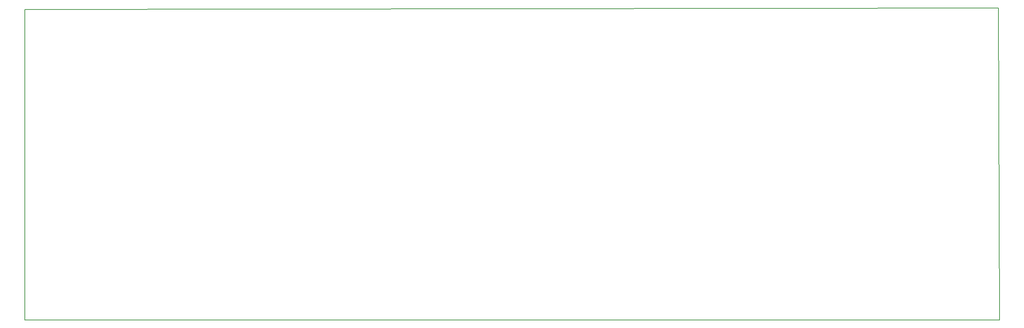
<source format=gbr>
G04 #@! TF.GenerationSoftware,KiCad,Pcbnew,(5.1.6)-1*
G04 #@! TF.CreationDate,2020-09-26T21:02:46-05:00*
G04 #@! TF.ProjectId,Power-Primary,506f7765-722d-4507-9269-6d6172792e6b,rev?*
G04 #@! TF.SameCoordinates,Original*
G04 #@! TF.FileFunction,Profile,NP*
%FSLAX46Y46*%
G04 Gerber Fmt 4.6, Leading zero omitted, Abs format (unit mm)*
G04 Created by KiCad (PCBNEW (5.1.6)-1) date 2020-09-26 21:02:46*
%MOMM*%
%LPD*%
G01*
G04 APERTURE LIST*
G04 #@! TA.AperFunction,Profile*
%ADD10C,0.150000*%
G04 #@! TD*
G04 APERTURE END LIST*
D10*
X241300000Y-55880000D02*
X241510000Y-128270000D01*
X15440000Y-128270000D02*
X15440000Y-56270000D01*
X241510000Y-128270000D02*
X15440000Y-128270000D01*
X15440000Y-56270000D02*
X241300000Y-55880000D01*
M02*

</source>
